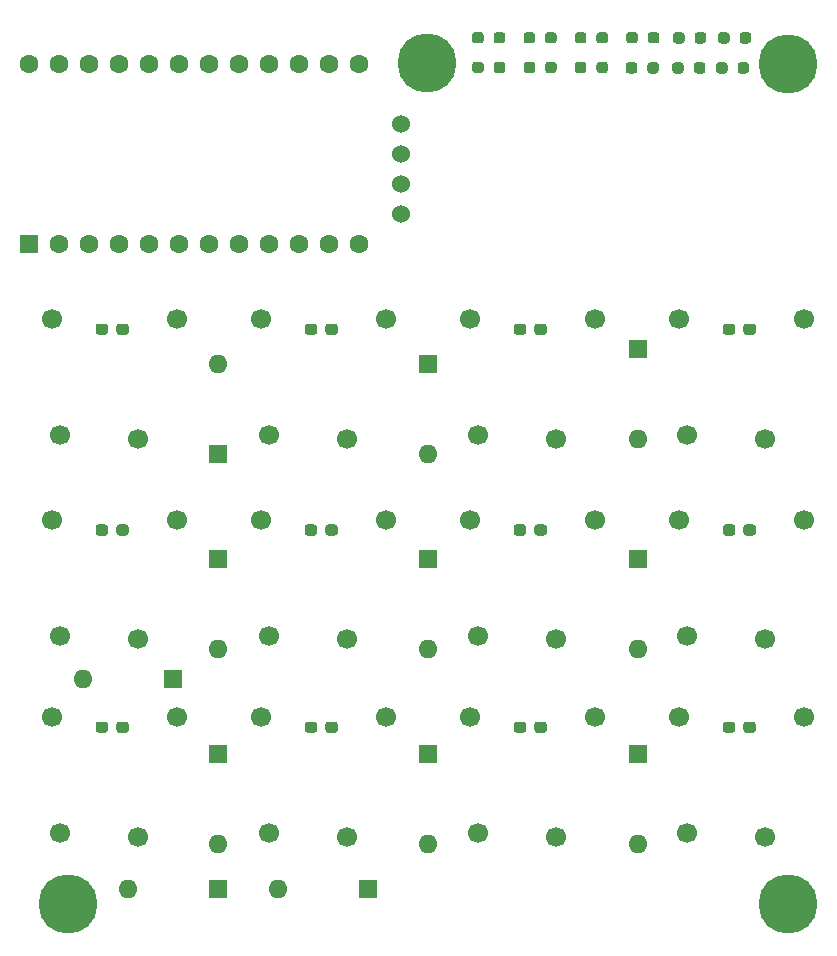
<source format=gbr>
%TF.GenerationSoftware,KiCad,Pcbnew,(5.1.10)-1*%
%TF.CreationDate,2021-07-14T17:28:46+02:00*%
%TF.ProjectId,kailh-keys,6b61696c-682d-46b6-9579-732e6b696361,rev?*%
%TF.SameCoordinates,Original*%
%TF.FileFunction,Soldermask,Top*%
%TF.FilePolarity,Negative*%
%FSLAX46Y46*%
G04 Gerber Fmt 4.6, Leading zero omitted, Abs format (unit mm)*
G04 Created by KiCad (PCBNEW (5.1.10)-1) date 2021-07-14 17:28:46*
%MOMM*%
%LPD*%
G01*
G04 APERTURE LIST*
%ADD10C,1.700000*%
%ADD11O,1.600000X1.600000*%
%ADD12R,1.600000X1.600000*%
%ADD13C,5.000000*%
%ADD14C,0.800000*%
%ADD15C,1.524000*%
%ADD16C,1.600000*%
G04 APERTURE END LIST*
%TO.C,SW1*%
G36*
G01*
X174445000Y-63994900D02*
X174445000Y-63519900D01*
G75*
G02*
X174682500Y-63282400I237500J0D01*
G01*
X175257500Y-63282400D01*
G75*
G02*
X175495000Y-63519900I0J-237500D01*
G01*
X175495000Y-63994900D01*
G75*
G02*
X175257500Y-64232400I-237500J0D01*
G01*
X174682500Y-64232400D01*
G75*
G02*
X174445000Y-63994900I0J237500D01*
G01*
G37*
G36*
G01*
X176195000Y-63994900D02*
X176195000Y-63519900D01*
G75*
G02*
X176432500Y-63282400I237500J0D01*
G01*
X177007500Y-63282400D01*
G75*
G02*
X177245000Y-63519900I0J-237500D01*
G01*
X177245000Y-63994900D01*
G75*
G02*
X177007500Y-64232400I-237500J0D01*
G01*
X176432500Y-64232400D01*
G75*
G02*
X176195000Y-63994900I0J237500D01*
G01*
G37*
D10*
X178004000Y-73015700D03*
X171412700Y-72736300D03*
X181306000Y-62919200D03*
X170726900Y-62906500D03*
%TD*%
%TO.C,SW2*%
G36*
G01*
X192145000Y-63994900D02*
X192145000Y-63519900D01*
G75*
G02*
X192382500Y-63282400I237500J0D01*
G01*
X192957500Y-63282400D01*
G75*
G02*
X193195000Y-63519900I0J-237500D01*
G01*
X193195000Y-63994900D01*
G75*
G02*
X192957500Y-64232400I-237500J0D01*
G01*
X192382500Y-64232400D01*
G75*
G02*
X192145000Y-63994900I0J237500D01*
G01*
G37*
G36*
G01*
X193895000Y-63994900D02*
X193895000Y-63519900D01*
G75*
G02*
X194132500Y-63282400I237500J0D01*
G01*
X194707500Y-63282400D01*
G75*
G02*
X194945000Y-63519900I0J-237500D01*
G01*
X194945000Y-63994900D01*
G75*
G02*
X194707500Y-64232400I-237500J0D01*
G01*
X194132500Y-64232400D01*
G75*
G02*
X193895000Y-63994900I0J237500D01*
G01*
G37*
X195704000Y-73015700D03*
X189112700Y-72736300D03*
X199006000Y-62919200D03*
X188426900Y-62906500D03*
%TD*%
%TO.C,SW3*%
G36*
G01*
X209845000Y-63994900D02*
X209845000Y-63519900D01*
G75*
G02*
X210082500Y-63282400I237500J0D01*
G01*
X210657500Y-63282400D01*
G75*
G02*
X210895000Y-63519900I0J-237500D01*
G01*
X210895000Y-63994900D01*
G75*
G02*
X210657500Y-64232400I-237500J0D01*
G01*
X210082500Y-64232400D01*
G75*
G02*
X209845000Y-63994900I0J237500D01*
G01*
G37*
G36*
G01*
X211595000Y-63994900D02*
X211595000Y-63519900D01*
G75*
G02*
X211832500Y-63282400I237500J0D01*
G01*
X212407500Y-63282400D01*
G75*
G02*
X212645000Y-63519900I0J-237500D01*
G01*
X212645000Y-63994900D01*
G75*
G02*
X212407500Y-64232400I-237500J0D01*
G01*
X211832500Y-64232400D01*
G75*
G02*
X211595000Y-63994900I0J237500D01*
G01*
G37*
X213404000Y-73015700D03*
X206812700Y-72736300D03*
X216706000Y-62919200D03*
X206126900Y-62906500D03*
%TD*%
%TO.C,SW4*%
G36*
G01*
X227545000Y-63994900D02*
X227545000Y-63519900D01*
G75*
G02*
X227782500Y-63282400I237500J0D01*
G01*
X228357500Y-63282400D01*
G75*
G02*
X228595000Y-63519900I0J-237500D01*
G01*
X228595000Y-63994900D01*
G75*
G02*
X228357500Y-64232400I-237500J0D01*
G01*
X227782500Y-64232400D01*
G75*
G02*
X227545000Y-63994900I0J237500D01*
G01*
G37*
G36*
G01*
X229295000Y-63994900D02*
X229295000Y-63519900D01*
G75*
G02*
X229532500Y-63282400I237500J0D01*
G01*
X230107500Y-63282400D01*
G75*
G02*
X230345000Y-63519900I0J-237500D01*
G01*
X230345000Y-63994900D01*
G75*
G02*
X230107500Y-64232400I-237500J0D01*
G01*
X229532500Y-64232400D01*
G75*
G02*
X229295000Y-63994900I0J237500D01*
G01*
G37*
X231104000Y-73015700D03*
X224512700Y-72736300D03*
X234406000Y-62919200D03*
X223826900Y-62906500D03*
%TD*%
%TO.C,SW5*%
G36*
G01*
X174445000Y-80994900D02*
X174445000Y-80519900D01*
G75*
G02*
X174682500Y-80282400I237500J0D01*
G01*
X175257500Y-80282400D01*
G75*
G02*
X175495000Y-80519900I0J-237500D01*
G01*
X175495000Y-80994900D01*
G75*
G02*
X175257500Y-81232400I-237500J0D01*
G01*
X174682500Y-81232400D01*
G75*
G02*
X174445000Y-80994900I0J237500D01*
G01*
G37*
G36*
G01*
X176195000Y-80994900D02*
X176195000Y-80519900D01*
G75*
G02*
X176432500Y-80282400I237500J0D01*
G01*
X177007500Y-80282400D01*
G75*
G02*
X177245000Y-80519900I0J-237500D01*
G01*
X177245000Y-80994900D01*
G75*
G02*
X177007500Y-81232400I-237500J0D01*
G01*
X176432500Y-81232400D01*
G75*
G02*
X176195000Y-80994900I0J237500D01*
G01*
G37*
X178004000Y-90015700D03*
X171412700Y-89736300D03*
X181306000Y-79919200D03*
X170726900Y-79906500D03*
%TD*%
%TO.C,SW6*%
G36*
G01*
X192145000Y-80994900D02*
X192145000Y-80519900D01*
G75*
G02*
X192382500Y-80282400I237500J0D01*
G01*
X192957500Y-80282400D01*
G75*
G02*
X193195000Y-80519900I0J-237500D01*
G01*
X193195000Y-80994900D01*
G75*
G02*
X192957500Y-81232400I-237500J0D01*
G01*
X192382500Y-81232400D01*
G75*
G02*
X192145000Y-80994900I0J237500D01*
G01*
G37*
G36*
G01*
X193895000Y-80994900D02*
X193895000Y-80519900D01*
G75*
G02*
X194132500Y-80282400I237500J0D01*
G01*
X194707500Y-80282400D01*
G75*
G02*
X194945000Y-80519900I0J-237500D01*
G01*
X194945000Y-80994900D01*
G75*
G02*
X194707500Y-81232400I-237500J0D01*
G01*
X194132500Y-81232400D01*
G75*
G02*
X193895000Y-80994900I0J237500D01*
G01*
G37*
X195704000Y-90015700D03*
X189112700Y-89736300D03*
X199006000Y-79919200D03*
X188426900Y-79906500D03*
%TD*%
%TO.C,SW7*%
G36*
G01*
X209845000Y-80994900D02*
X209845000Y-80519900D01*
G75*
G02*
X210082500Y-80282400I237500J0D01*
G01*
X210657500Y-80282400D01*
G75*
G02*
X210895000Y-80519900I0J-237500D01*
G01*
X210895000Y-80994900D01*
G75*
G02*
X210657500Y-81232400I-237500J0D01*
G01*
X210082500Y-81232400D01*
G75*
G02*
X209845000Y-80994900I0J237500D01*
G01*
G37*
G36*
G01*
X211595000Y-80994900D02*
X211595000Y-80519900D01*
G75*
G02*
X211832500Y-80282400I237500J0D01*
G01*
X212407500Y-80282400D01*
G75*
G02*
X212645000Y-80519900I0J-237500D01*
G01*
X212645000Y-80994900D01*
G75*
G02*
X212407500Y-81232400I-237500J0D01*
G01*
X211832500Y-81232400D01*
G75*
G02*
X211595000Y-80994900I0J237500D01*
G01*
G37*
X213404000Y-90015700D03*
X206812700Y-89736300D03*
X216706000Y-79919200D03*
X206126900Y-79906500D03*
%TD*%
%TO.C,SW8*%
G36*
G01*
X227545000Y-80994900D02*
X227545000Y-80519900D01*
G75*
G02*
X227782500Y-80282400I237500J0D01*
G01*
X228357500Y-80282400D01*
G75*
G02*
X228595000Y-80519900I0J-237500D01*
G01*
X228595000Y-80994900D01*
G75*
G02*
X228357500Y-81232400I-237500J0D01*
G01*
X227782500Y-81232400D01*
G75*
G02*
X227545000Y-80994900I0J237500D01*
G01*
G37*
G36*
G01*
X229295000Y-80994900D02*
X229295000Y-80519900D01*
G75*
G02*
X229532500Y-80282400I237500J0D01*
G01*
X230107500Y-80282400D01*
G75*
G02*
X230345000Y-80519900I0J-237500D01*
G01*
X230345000Y-80994900D01*
G75*
G02*
X230107500Y-81232400I-237500J0D01*
G01*
X229532500Y-81232400D01*
G75*
G02*
X229295000Y-80994900I0J237500D01*
G01*
G37*
X231104000Y-90015700D03*
X224512700Y-89736300D03*
X234406000Y-79919200D03*
X223826900Y-79906500D03*
%TD*%
%TO.C,SW9*%
G36*
G01*
X174445000Y-97694900D02*
X174445000Y-97219900D01*
G75*
G02*
X174682500Y-96982400I237500J0D01*
G01*
X175257500Y-96982400D01*
G75*
G02*
X175495000Y-97219900I0J-237500D01*
G01*
X175495000Y-97694900D01*
G75*
G02*
X175257500Y-97932400I-237500J0D01*
G01*
X174682500Y-97932400D01*
G75*
G02*
X174445000Y-97694900I0J237500D01*
G01*
G37*
G36*
G01*
X176195000Y-97694900D02*
X176195000Y-97219900D01*
G75*
G02*
X176432500Y-96982400I237500J0D01*
G01*
X177007500Y-96982400D01*
G75*
G02*
X177245000Y-97219900I0J-237500D01*
G01*
X177245000Y-97694900D01*
G75*
G02*
X177007500Y-97932400I-237500J0D01*
G01*
X176432500Y-97932400D01*
G75*
G02*
X176195000Y-97694900I0J237500D01*
G01*
G37*
X178004000Y-106715700D03*
X171412700Y-106436300D03*
X181306000Y-96619200D03*
X170726900Y-96606500D03*
%TD*%
%TO.C,SW10*%
G36*
G01*
X192145000Y-97694900D02*
X192145000Y-97219900D01*
G75*
G02*
X192382500Y-96982400I237500J0D01*
G01*
X192957500Y-96982400D01*
G75*
G02*
X193195000Y-97219900I0J-237500D01*
G01*
X193195000Y-97694900D01*
G75*
G02*
X192957500Y-97932400I-237500J0D01*
G01*
X192382500Y-97932400D01*
G75*
G02*
X192145000Y-97694900I0J237500D01*
G01*
G37*
G36*
G01*
X193895000Y-97694900D02*
X193895000Y-97219900D01*
G75*
G02*
X194132500Y-96982400I237500J0D01*
G01*
X194707500Y-96982400D01*
G75*
G02*
X194945000Y-97219900I0J-237500D01*
G01*
X194945000Y-97694900D01*
G75*
G02*
X194707500Y-97932400I-237500J0D01*
G01*
X194132500Y-97932400D01*
G75*
G02*
X193895000Y-97694900I0J237500D01*
G01*
G37*
X195704000Y-106715700D03*
X189112700Y-106436300D03*
X199006000Y-96619200D03*
X188426900Y-96606500D03*
%TD*%
%TO.C,SW11*%
G36*
G01*
X209845000Y-97694900D02*
X209845000Y-97219900D01*
G75*
G02*
X210082500Y-96982400I237500J0D01*
G01*
X210657500Y-96982400D01*
G75*
G02*
X210895000Y-97219900I0J-237500D01*
G01*
X210895000Y-97694900D01*
G75*
G02*
X210657500Y-97932400I-237500J0D01*
G01*
X210082500Y-97932400D01*
G75*
G02*
X209845000Y-97694900I0J237500D01*
G01*
G37*
G36*
G01*
X211595000Y-97694900D02*
X211595000Y-97219900D01*
G75*
G02*
X211832500Y-96982400I237500J0D01*
G01*
X212407500Y-96982400D01*
G75*
G02*
X212645000Y-97219900I0J-237500D01*
G01*
X212645000Y-97694900D01*
G75*
G02*
X212407500Y-97932400I-237500J0D01*
G01*
X211832500Y-97932400D01*
G75*
G02*
X211595000Y-97694900I0J237500D01*
G01*
G37*
X213404000Y-106715700D03*
X206812700Y-106436300D03*
X216706000Y-96619200D03*
X206126900Y-96606500D03*
%TD*%
%TO.C,SW12*%
G36*
G01*
X227545000Y-97694900D02*
X227545000Y-97219900D01*
G75*
G02*
X227782500Y-96982400I237500J0D01*
G01*
X228357500Y-96982400D01*
G75*
G02*
X228595000Y-97219900I0J-237500D01*
G01*
X228595000Y-97694900D01*
G75*
G02*
X228357500Y-97932400I-237500J0D01*
G01*
X227782500Y-97932400D01*
G75*
G02*
X227545000Y-97694900I0J237500D01*
G01*
G37*
G36*
G01*
X229295000Y-97694900D02*
X229295000Y-97219900D01*
G75*
G02*
X229532500Y-96982400I237500J0D01*
G01*
X230107500Y-96982400D01*
G75*
G02*
X230345000Y-97219900I0J-237500D01*
G01*
X230345000Y-97694900D01*
G75*
G02*
X230107500Y-97932400I-237500J0D01*
G01*
X229532500Y-97932400D01*
G75*
G02*
X229295000Y-97694900I0J237500D01*
G01*
G37*
X231104000Y-106715700D03*
X224512700Y-106436300D03*
X234406000Y-96619200D03*
X223826900Y-96606500D03*
%TD*%
D11*
%TO.C,D1*%
X184785000Y-66675000D03*
D12*
X184785000Y-74295000D03*
%TD*%
D11*
%TO.C,D2*%
X184785000Y-90805000D03*
D12*
X184785000Y-83185000D03*
%TD*%
%TO.C,D3*%
X202565000Y-66675000D03*
D11*
X202565000Y-74295000D03*
%TD*%
D12*
%TO.C,D4*%
X220345000Y-65405000D03*
D11*
X220345000Y-73025000D03*
%TD*%
D12*
%TO.C,D5*%
X180975000Y-93345000D03*
D11*
X173355000Y-93345000D03*
%TD*%
%TO.C,D6*%
X184785000Y-107315000D03*
D12*
X184785000Y-99695000D03*
%TD*%
D11*
%TO.C,D7*%
X202565000Y-90805000D03*
D12*
X202565000Y-83185000D03*
%TD*%
%TO.C,D8*%
X220345000Y-83185000D03*
D11*
X220345000Y-90805000D03*
%TD*%
%TO.C,D9*%
X177165000Y-111125000D03*
D12*
X184785000Y-111125000D03*
%TD*%
%TO.C,D10*%
X197485000Y-111125000D03*
D11*
X189865000Y-111125000D03*
%TD*%
D12*
%TO.C,D11*%
X202565000Y-99695000D03*
D11*
X202565000Y-107315000D03*
%TD*%
%TO.C,D12*%
X220345000Y-107315000D03*
D12*
X220345000Y-99695000D03*
%TD*%
D13*
%TO.C,H1*%
X172085000Y-112395000D03*
D14*
X173960000Y-112395000D03*
X173410825Y-113720825D03*
X172085000Y-114270000D03*
X170759175Y-113720825D03*
X170210000Y-112395000D03*
X170759175Y-111069175D03*
X172085000Y-110520000D03*
X173410825Y-111069175D03*
%TD*%
D13*
%TO.C,H2*%
X233045000Y-112395000D03*
D14*
X234920000Y-112395000D03*
X234370825Y-113720825D03*
X233045000Y-114270000D03*
X231719175Y-113720825D03*
X231170000Y-112395000D03*
X231719175Y-111069175D03*
X233045000Y-110520000D03*
X234370825Y-111069175D03*
%TD*%
%TO.C,H3*%
X234370825Y-39949175D03*
X233045000Y-39400000D03*
X231719175Y-39949175D03*
X231170000Y-41275000D03*
X231719175Y-42600825D03*
X233045000Y-43150000D03*
X234370825Y-42600825D03*
X234920000Y-41275000D03*
D13*
X233045000Y-41275000D03*
%TD*%
D14*
%TO.C,H4*%
X203834825Y-39893375D03*
X202509000Y-39344200D03*
X201183175Y-39893375D03*
X200634000Y-41219200D03*
X201183175Y-42545025D03*
X202509000Y-43094200D03*
X203834825Y-42545025D03*
X204384000Y-41219200D03*
D13*
X202509000Y-41219200D03*
%TD*%
D15*
%TO.C,U1*%
X200279000Y-53975000D03*
X200279000Y-51435000D03*
X200279000Y-48895000D03*
X200279000Y-46355000D03*
%TD*%
D16*
%TO.C,U2*%
X168834000Y-41275000D03*
X171374000Y-41275000D03*
X173914000Y-41275000D03*
X176454000Y-41275000D03*
X178994000Y-41275000D03*
X181534000Y-41275000D03*
X184074000Y-41275000D03*
X186614000Y-41275000D03*
X189154000Y-41275000D03*
X191694000Y-41275000D03*
X194234000Y-41275000D03*
X196774000Y-41275000D03*
X196774000Y-56515000D03*
X194234000Y-56515000D03*
X191694000Y-56515000D03*
X189154000Y-56515000D03*
X186614000Y-56515000D03*
X184074000Y-56515000D03*
X181534000Y-56515000D03*
X178994000Y-56515000D03*
X176454000Y-56515000D03*
X173914000Y-56515000D03*
X171374000Y-56515000D03*
D12*
X168834000Y-56515000D03*
%TD*%
%TO.C,R1*%
G36*
G01*
X206320000Y-39321100D02*
X206320000Y-38846100D01*
G75*
G02*
X206557500Y-38608600I237500J0D01*
G01*
X207057500Y-38608600D01*
G75*
G02*
X207295000Y-38846100I0J-237500D01*
G01*
X207295000Y-39321100D01*
G75*
G02*
X207057500Y-39558600I-237500J0D01*
G01*
X206557500Y-39558600D01*
G75*
G02*
X206320000Y-39321100I0J237500D01*
G01*
G37*
G36*
G01*
X208145000Y-39321100D02*
X208145000Y-38846100D01*
G75*
G02*
X208382500Y-38608600I237500J0D01*
G01*
X208882500Y-38608600D01*
G75*
G02*
X209120000Y-38846100I0J-237500D01*
G01*
X209120000Y-39321100D01*
G75*
G02*
X208882500Y-39558600I-237500J0D01*
G01*
X208382500Y-39558600D01*
G75*
G02*
X208145000Y-39321100I0J237500D01*
G01*
G37*
%TD*%
%TO.C,R2*%
G36*
G01*
X206320000Y-41831100D02*
X206320000Y-41356100D01*
G75*
G02*
X206557500Y-41118600I237500J0D01*
G01*
X207057500Y-41118600D01*
G75*
G02*
X207295000Y-41356100I0J-237500D01*
G01*
X207295000Y-41831100D01*
G75*
G02*
X207057500Y-42068600I-237500J0D01*
G01*
X206557500Y-42068600D01*
G75*
G02*
X206320000Y-41831100I0J237500D01*
G01*
G37*
G36*
G01*
X208145000Y-41831100D02*
X208145000Y-41356100D01*
G75*
G02*
X208382500Y-41118600I237500J0D01*
G01*
X208882500Y-41118600D01*
G75*
G02*
X209120000Y-41356100I0J-237500D01*
G01*
X209120000Y-41831100D01*
G75*
G02*
X208882500Y-42068600I-237500J0D01*
G01*
X208382500Y-42068600D01*
G75*
G02*
X208145000Y-41831100I0J237500D01*
G01*
G37*
%TD*%
%TO.C,R3*%
G36*
G01*
X212495000Y-39321100D02*
X212495000Y-38846100D01*
G75*
G02*
X212732500Y-38608600I237500J0D01*
G01*
X213232500Y-38608600D01*
G75*
G02*
X213470000Y-38846100I0J-237500D01*
G01*
X213470000Y-39321100D01*
G75*
G02*
X213232500Y-39558600I-237500J0D01*
G01*
X212732500Y-39558600D01*
G75*
G02*
X212495000Y-39321100I0J237500D01*
G01*
G37*
G36*
G01*
X210670000Y-39321100D02*
X210670000Y-38846100D01*
G75*
G02*
X210907500Y-38608600I237500J0D01*
G01*
X211407500Y-38608600D01*
G75*
G02*
X211645000Y-38846100I0J-237500D01*
G01*
X211645000Y-39321100D01*
G75*
G02*
X211407500Y-39558600I-237500J0D01*
G01*
X210907500Y-39558600D01*
G75*
G02*
X210670000Y-39321100I0J237500D01*
G01*
G37*
%TD*%
%TO.C,R4*%
G36*
G01*
X221151000Y-41868100D02*
X221151000Y-41393100D01*
G75*
G02*
X221388500Y-41155600I237500J0D01*
G01*
X221888500Y-41155600D01*
G75*
G02*
X222126000Y-41393100I0J-237500D01*
G01*
X222126000Y-41868100D01*
G75*
G02*
X221888500Y-42105600I-237500J0D01*
G01*
X221388500Y-42105600D01*
G75*
G02*
X221151000Y-41868100I0J237500D01*
G01*
G37*
G36*
G01*
X219326000Y-41868100D02*
X219326000Y-41393100D01*
G75*
G02*
X219563500Y-41155600I237500J0D01*
G01*
X220063500Y-41155600D01*
G75*
G02*
X220301000Y-41393100I0J-237500D01*
G01*
X220301000Y-41868100D01*
G75*
G02*
X220063500Y-42105600I-237500J0D01*
G01*
X219563500Y-42105600D01*
G75*
G02*
X219326000Y-41868100I0J237500D01*
G01*
G37*
%TD*%
%TO.C,R5*%
G36*
G01*
X210670000Y-41831100D02*
X210670000Y-41356100D01*
G75*
G02*
X210907500Y-41118600I237500J0D01*
G01*
X211407500Y-41118600D01*
G75*
G02*
X211645000Y-41356100I0J-237500D01*
G01*
X211645000Y-41831100D01*
G75*
G02*
X211407500Y-42068600I-237500J0D01*
G01*
X210907500Y-42068600D01*
G75*
G02*
X210670000Y-41831100I0J237500D01*
G01*
G37*
G36*
G01*
X212495000Y-41831100D02*
X212495000Y-41356100D01*
G75*
G02*
X212732500Y-41118600I237500J0D01*
G01*
X213232500Y-41118600D01*
G75*
G02*
X213470000Y-41356100I0J-237500D01*
G01*
X213470000Y-41831100D01*
G75*
G02*
X213232500Y-42068600I-237500J0D01*
G01*
X212732500Y-42068600D01*
G75*
G02*
X212495000Y-41831100I0J237500D01*
G01*
G37*
%TD*%
%TO.C,R6*%
G36*
G01*
X216845000Y-39321100D02*
X216845000Y-38846100D01*
G75*
G02*
X217082500Y-38608600I237500J0D01*
G01*
X217582500Y-38608600D01*
G75*
G02*
X217820000Y-38846100I0J-237500D01*
G01*
X217820000Y-39321100D01*
G75*
G02*
X217582500Y-39558600I-237500J0D01*
G01*
X217082500Y-39558600D01*
G75*
G02*
X216845000Y-39321100I0J237500D01*
G01*
G37*
G36*
G01*
X215020000Y-39321100D02*
X215020000Y-38846100D01*
G75*
G02*
X215257500Y-38608600I237500J0D01*
G01*
X215757500Y-38608600D01*
G75*
G02*
X215995000Y-38846100I0J-237500D01*
G01*
X215995000Y-39321100D01*
G75*
G02*
X215757500Y-39558600I-237500J0D01*
G01*
X215257500Y-39558600D01*
G75*
G02*
X215020000Y-39321100I0J237500D01*
G01*
G37*
%TD*%
%TO.C,R7*%
G36*
G01*
X223341000Y-39328100D02*
X223341000Y-38853100D01*
G75*
G02*
X223578500Y-38615600I237500J0D01*
G01*
X224078500Y-38615600D01*
G75*
G02*
X224316000Y-38853100I0J-237500D01*
G01*
X224316000Y-39328100D01*
G75*
G02*
X224078500Y-39565600I-237500J0D01*
G01*
X223578500Y-39565600D01*
G75*
G02*
X223341000Y-39328100I0J237500D01*
G01*
G37*
G36*
G01*
X225166000Y-39328100D02*
X225166000Y-38853100D01*
G75*
G02*
X225403500Y-38615600I237500J0D01*
G01*
X225903500Y-38615600D01*
G75*
G02*
X226141000Y-38853100I0J-237500D01*
G01*
X226141000Y-39328100D01*
G75*
G02*
X225903500Y-39565600I-237500J0D01*
G01*
X225403500Y-39565600D01*
G75*
G02*
X225166000Y-39328100I0J237500D01*
G01*
G37*
%TD*%
%TO.C,R8*%
G36*
G01*
X225086000Y-41868100D02*
X225086000Y-41393100D01*
G75*
G02*
X225323500Y-41155600I237500J0D01*
G01*
X225823500Y-41155600D01*
G75*
G02*
X226061000Y-41393100I0J-237500D01*
G01*
X226061000Y-41868100D01*
G75*
G02*
X225823500Y-42105600I-237500J0D01*
G01*
X225323500Y-42105600D01*
G75*
G02*
X225086000Y-41868100I0J237500D01*
G01*
G37*
G36*
G01*
X223261000Y-41868100D02*
X223261000Y-41393100D01*
G75*
G02*
X223498500Y-41155600I237500J0D01*
G01*
X223998500Y-41155600D01*
G75*
G02*
X224236000Y-41393100I0J-237500D01*
G01*
X224236000Y-41868100D01*
G75*
G02*
X223998500Y-42105600I-237500J0D01*
G01*
X223498500Y-42105600D01*
G75*
G02*
X223261000Y-41868100I0J237500D01*
G01*
G37*
%TD*%
%TO.C,R9*%
G36*
G01*
X216845000Y-41831100D02*
X216845000Y-41356100D01*
G75*
G02*
X217082500Y-41118600I237500J0D01*
G01*
X217582500Y-41118600D01*
G75*
G02*
X217820000Y-41356100I0J-237500D01*
G01*
X217820000Y-41831100D01*
G75*
G02*
X217582500Y-42068600I-237500J0D01*
G01*
X217082500Y-42068600D01*
G75*
G02*
X216845000Y-41831100I0J237500D01*
G01*
G37*
G36*
G01*
X215020000Y-41831100D02*
X215020000Y-41356100D01*
G75*
G02*
X215257500Y-41118600I237500J0D01*
G01*
X215757500Y-41118600D01*
G75*
G02*
X215995000Y-41356100I0J-237500D01*
G01*
X215995000Y-41831100D01*
G75*
G02*
X215757500Y-42068600I-237500J0D01*
G01*
X215257500Y-42068600D01*
G75*
G02*
X215020000Y-41831100I0J237500D01*
G01*
G37*
%TD*%
%TO.C,R10*%
G36*
G01*
X219370000Y-39321100D02*
X219370000Y-38846100D01*
G75*
G02*
X219607500Y-38608600I237500J0D01*
G01*
X220107500Y-38608600D01*
G75*
G02*
X220345000Y-38846100I0J-237500D01*
G01*
X220345000Y-39321100D01*
G75*
G02*
X220107500Y-39558600I-237500J0D01*
G01*
X219607500Y-39558600D01*
G75*
G02*
X219370000Y-39321100I0J237500D01*
G01*
G37*
G36*
G01*
X221195000Y-39321100D02*
X221195000Y-38846100D01*
G75*
G02*
X221432500Y-38608600I237500J0D01*
G01*
X221932500Y-38608600D01*
G75*
G02*
X222170000Y-38846100I0J-237500D01*
G01*
X222170000Y-39321100D01*
G75*
G02*
X221932500Y-39558600I-237500J0D01*
G01*
X221432500Y-39558600D01*
G75*
G02*
X221195000Y-39321100I0J237500D01*
G01*
G37*
%TD*%
%TO.C,R11*%
G36*
G01*
X228976000Y-39328100D02*
X228976000Y-38853100D01*
G75*
G02*
X229213500Y-38615600I237500J0D01*
G01*
X229713500Y-38615600D01*
G75*
G02*
X229951000Y-38853100I0J-237500D01*
G01*
X229951000Y-39328100D01*
G75*
G02*
X229713500Y-39565600I-237500J0D01*
G01*
X229213500Y-39565600D01*
G75*
G02*
X228976000Y-39328100I0J237500D01*
G01*
G37*
G36*
G01*
X227151000Y-39328100D02*
X227151000Y-38853100D01*
G75*
G02*
X227388500Y-38615600I237500J0D01*
G01*
X227888500Y-38615600D01*
G75*
G02*
X228126000Y-38853100I0J-237500D01*
G01*
X228126000Y-39328100D01*
G75*
G02*
X227888500Y-39565600I-237500J0D01*
G01*
X227388500Y-39565600D01*
G75*
G02*
X227151000Y-39328100I0J237500D01*
G01*
G37*
%TD*%
%TO.C,R12*%
G36*
G01*
X226973000Y-41868100D02*
X226973000Y-41393100D01*
G75*
G02*
X227210500Y-41155600I237500J0D01*
G01*
X227710500Y-41155600D01*
G75*
G02*
X227948000Y-41393100I0J-237500D01*
G01*
X227948000Y-41868100D01*
G75*
G02*
X227710500Y-42105600I-237500J0D01*
G01*
X227210500Y-42105600D01*
G75*
G02*
X226973000Y-41868100I0J237500D01*
G01*
G37*
G36*
G01*
X228798000Y-41868100D02*
X228798000Y-41393100D01*
G75*
G02*
X229035500Y-41155600I237500J0D01*
G01*
X229535500Y-41155600D01*
G75*
G02*
X229773000Y-41393100I0J-237500D01*
G01*
X229773000Y-41868100D01*
G75*
G02*
X229535500Y-42105600I-237500J0D01*
G01*
X229035500Y-42105600D01*
G75*
G02*
X228798000Y-41868100I0J237500D01*
G01*
G37*
%TD*%
M02*

</source>
